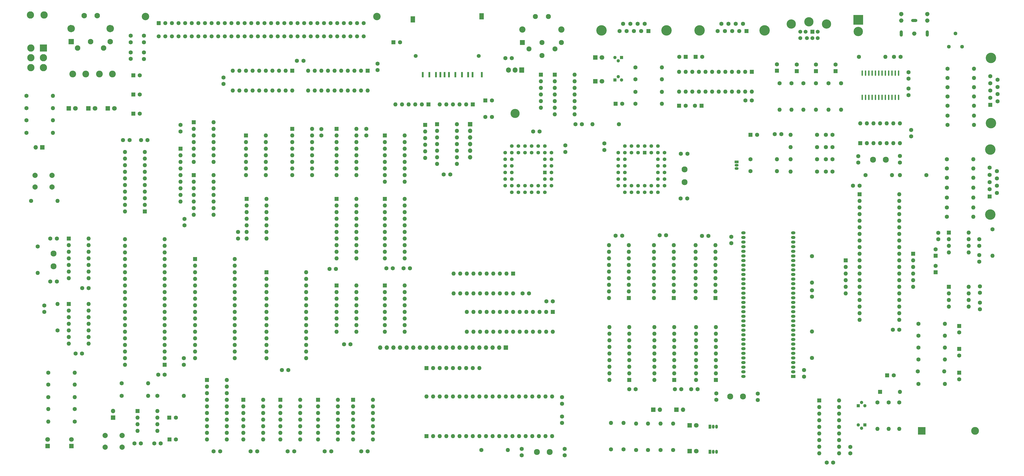
<source format=gbr>
%TF.GenerationSoftware,KiCad,Pcbnew,(6.0.4)*%
%TF.CreationDate,2022-07-04T14:01:26+01:00*%
%TF.ProjectId,yddraig09,79646472-6169-4673-9039-2e6b69636164,rev?*%
%TF.SameCoordinates,Original*%
%TF.FileFunction,Soldermask,Top*%
%TF.FilePolarity,Negative*%
%FSLAX46Y46*%
G04 Gerber Fmt 4.6, Leading zero omitted, Abs format (unit mm)*
G04 Created by KiCad (PCBNEW (6.0.4)) date 2022-07-04 14:01:26*
%MOMM*%
%LPD*%
G01*
G04 APERTURE LIST*
G04 Aperture macros list*
%AMRoundRect*
0 Rectangle with rounded corners*
0 $1 Rounding radius*
0 $2 $3 $4 $5 $6 $7 $8 $9 X,Y pos of 4 corners*
0 Add a 4 corners polygon primitive as box body*
4,1,4,$2,$3,$4,$5,$6,$7,$8,$9,$2,$3,0*
0 Add four circle primitives for the rounded corners*
1,1,$1+$1,$2,$3*
1,1,$1+$1,$4,$5*
1,1,$1+$1,$6,$7*
1,1,$1+$1,$8,$9*
0 Add four rect primitives between the rounded corners*
20,1,$1+$1,$2,$3,$4,$5,0*
20,1,$1+$1,$4,$5,$6,$7,0*
20,1,$1+$1,$6,$7,$8,$9,0*
20,1,$1+$1,$8,$9,$2,$3,0*%
G04 Aperture macros list end*
%ADD10C,1.449000*%
%ADD11C,0.854000*%
%ADD12C,1.600000*%
%ADD13R,1.600000X1.600000*%
%ADD14R,1.800000X1.800000*%
%ADD15C,1.800000*%
%ADD16O,1.600000X1.600000*%
%ADD17C,4.000000*%
%ADD18R,1.700000X1.700000*%
%ADD19O,1.700000X1.700000*%
%ADD20C,2.390000*%
%ADD21R,2.100000X2.100000*%
%ADD22C,2.100000*%
%ADD23C,2.400000*%
%ADD24R,1.950000X1.950000*%
%ADD25C,1.950000*%
%ADD26C,1.500000*%
%ADD27R,0.800000X2.000000*%
%ADD28R,1.800000X2.400000*%
%ADD29R,1.700000X2.400000*%
%ADD30R,0.700000X2.000000*%
%ADD31C,2.600000*%
%ADD32R,1.500000X1.050000*%
%ADD33O,1.500000X1.050000*%
%ADD34R,1.050000X1.500000*%
%ADD35O,1.050000X1.500000*%
%ADD36C,1.440000*%
%ADD37C,2.000000*%
%ADD38R,2.800000X2.800000*%
%ADD39C,2.800000*%
%ADD40R,1.700000X1.200000*%
%ADD41O,1.700000X1.200000*%
%ADD42RoundRect,0.137500X0.137500X-0.862500X0.137500X0.862500X-0.137500X0.862500X-0.137500X-0.862500X0*%
%ADD43O,3.500000X3.500000*%
%ADD44R,1.905000X2.000000*%
%ADD45O,1.905000X2.000000*%
%ADD46R,1.422400X1.422400*%
%ADD47C,1.422400*%
%ADD48C,2.300000*%
%ADD49R,1.300000X1.300000*%
%ADD50C,1.300000*%
%ADD51R,3.000000X3.000000*%
%ADD52C,3.000000*%
%ADD53C,2.850000*%
%ADD54RoundRect,0.249999X-0.525001X-0.525001X0.525001X-0.525001X0.525001X0.525001X-0.525001X0.525001X0*%
%ADD55C,1.550000*%
%ADD56C,1.200000*%
%ADD57O,2.416000X1.208000*%
%ADD58O,1.208000X2.416000*%
%ADD59R,3.765000X3.765000*%
%ADD60C,3.600000*%
%ADD61R,1.509000X1.509000*%
%ADD62C,1.509000*%
%ADD63C,3.555000*%
G04 APERTURE END LIST*
D10*
%TO.C,J12*%
X59815700Y-27475800D02*
G75*
G03*
X59815700Y-27475800I-724500J0D01*
G01*
X44805700Y-27475800D02*
G75*
G03*
X44805700Y-27475800I-724500J0D01*
G01*
D11*
%TO.C,J3*%
X363393000Y-21900000D02*
G75*
G03*
X363393000Y-21900000I-427000J0D01*
G01*
X363393000Y-24400000D02*
G75*
G03*
X363393000Y-24400000I-427000J0D01*
G01*
X373393000Y-24400000D02*
G75*
G03*
X373393000Y-24400000I-427000J0D01*
G01*
X373393000Y-21900000D02*
G75*
G03*
X373393000Y-21900000I-427000J0D01*
G01*
X368393000Y-29400000D02*
G75*
G03*
X368393000Y-29400000I-427000J0D01*
G01*
%TD*%
D12*
%TO.C,C1*%
X70906000Y-70358000D03*
X73406000Y-70358000D03*
%TD*%
%TO.C,C2*%
X64008000Y-70358000D03*
X66508000Y-70358000D03*
%TD*%
%TO.C,C4*%
X102616000Y-48768000D03*
X102616000Y-46268000D03*
%TD*%
%TO.C,C6*%
X151384000Y-148844000D03*
X148884000Y-148844000D03*
%TD*%
%TO.C,C8*%
X130810000Y-39878000D03*
X133310000Y-39878000D03*
%TD*%
%TO.C,C9*%
X260945000Y-166116000D03*
X258445000Y-166116000D03*
%TD*%
%TO.C,C10*%
X291909500Y-170180000D03*
X291909500Y-167680000D03*
%TD*%
%TO.C,C11*%
X307848000Y-167767000D03*
X307848000Y-170267000D03*
%TD*%
%TO.C,C12*%
X270129000Y-106934000D03*
X272629000Y-106934000D03*
%TD*%
%TO.C,C13*%
X328676000Y-128056000D03*
X328676000Y-130556000D03*
%TD*%
%TO.C,C14*%
X278471000Y-166116000D03*
X275971000Y-166116000D03*
%TD*%
%TO.C,C15*%
X286385000Y-107188000D03*
X288885000Y-107188000D03*
%TD*%
%TO.C,C17*%
X253238000Y-107061000D03*
X255738000Y-107061000D03*
%TD*%
%TO.C,C18*%
X297688000Y-109982000D03*
X297688000Y-107482000D03*
%TD*%
%TO.C,C19*%
X284734000Y-166116000D03*
X282234000Y-166116000D03*
%TD*%
%TO.C,C20*%
X392938000Y-114554000D03*
X392938000Y-117054000D03*
%TD*%
%TO.C,C22*%
X393192000Y-132842000D03*
X393192000Y-135342000D03*
%TD*%
D13*
%TO.C,C23*%
X385191000Y-141772000D03*
D12*
X385191000Y-144272000D03*
%TD*%
D13*
%TO.C,C24*%
X385191000Y-150622000D03*
D12*
X385191000Y-153122000D03*
%TD*%
D13*
%TO.C,C26*%
X376174000Y-114808000D03*
D12*
X376174000Y-112308000D03*
%TD*%
%TO.C,C27*%
X393192000Y-126532000D03*
X393192000Y-129032000D03*
%TD*%
%TO.C,C28*%
X392938000Y-108458000D03*
X392938000Y-110958000D03*
%TD*%
%TO.C,C29*%
X344424000Y-87884000D03*
X346924000Y-87884000D03*
%TD*%
%TO.C,C30*%
X362204000Y-143256000D03*
X359704000Y-143256000D03*
%TD*%
D13*
%TO.C,C31*%
X376174000Y-121158000D03*
D12*
X376174000Y-118658000D03*
%TD*%
%TO.C,C32*%
X346456000Y-78994000D03*
X346456000Y-76494000D03*
%TD*%
%TO.C,C33*%
X362458000Y-76454000D03*
X362458000Y-78954000D03*
%TD*%
%TO.C,C34*%
X336510000Y-68326000D03*
X334010000Y-68326000D03*
%TD*%
%TO.C,C35*%
X336510000Y-73025000D03*
X334010000Y-73025000D03*
%TD*%
%TO.C,C36*%
X336510000Y-77724000D03*
X334010000Y-77724000D03*
%TD*%
%TO.C,C37*%
X336510000Y-82423000D03*
X334010000Y-82423000D03*
%TD*%
%TO.C,C38*%
X365760000Y-50546000D03*
X365760000Y-53046000D03*
%TD*%
D13*
%TO.C,C39*%
X337693000Y-43815000D03*
D12*
X337693000Y-41315000D03*
%TD*%
D13*
%TO.C,C40*%
X322834000Y-43815000D03*
D12*
X322834000Y-41315000D03*
%TD*%
D13*
%TO.C,C41*%
X330200000Y-43815000D03*
D12*
X330200000Y-41315000D03*
%TD*%
D13*
%TO.C,C42*%
X315214000Y-43688000D03*
D12*
X315214000Y-41188000D03*
%TD*%
D13*
%TO.C,C43*%
X305054000Y-68326000D03*
D12*
X307554000Y-68326000D03*
%TD*%
%TO.C,C44*%
X365760000Y-44236000D03*
X365760000Y-46736000D03*
%TD*%
%TO.C,C46*%
X360172000Y-38354000D03*
X362672000Y-38354000D03*
%TD*%
%TO.C,C47*%
X314365000Y-68072000D03*
X316865000Y-68072000D03*
%TD*%
%TO.C,C49*%
X232664000Y-176570000D03*
X232664000Y-179070000D03*
%TD*%
%TO.C,C55*%
X115530000Y-189992000D03*
X113030000Y-189992000D03*
%TD*%
%TO.C,C57*%
X87376000Y-156678000D03*
X87376000Y-154178000D03*
%TD*%
%TO.C,C59*%
X101306000Y-189992000D03*
X98806000Y-189992000D03*
%TD*%
%TO.C,C67*%
X278320500Y-75628500D03*
X280820500Y-75628500D03*
%TD*%
%TO.C,C68*%
X280733500Y-92773500D03*
X278233500Y-92773500D03*
%TD*%
D13*
%TO.C,C69*%
X280162000Y-38354000D03*
D12*
X277662000Y-38354000D03*
%TD*%
D13*
%TO.C,C70*%
X277622000Y-57150000D03*
D12*
X280122000Y-57150000D03*
%TD*%
D13*
%TO.C,C72*%
X286218000Y-57150000D03*
D12*
X283718000Y-57150000D03*
%TD*%
%TO.C,C73*%
X248920000Y-74128000D03*
X248920000Y-71628000D03*
%TD*%
%TO.C,C78*%
X48260000Y-152400000D03*
X45760000Y-152400000D03*
%TD*%
%TO.C,C79*%
X36068000Y-108204000D03*
X38568000Y-108204000D03*
%TD*%
%TO.C,C83*%
X50800000Y-127254000D03*
X48300000Y-127254000D03*
%TD*%
%TO.C,C84*%
X33782000Y-136398000D03*
X33782000Y-133898000D03*
%TD*%
D13*
%TO.C,C85*%
X81828000Y-185420000D03*
D12*
X84328000Y-185420000D03*
%TD*%
%TO.C,C86*%
X78486000Y-186944000D03*
X75986000Y-186944000D03*
%TD*%
D13*
%TO.C,C87*%
X81788000Y-177038000D03*
D12*
X84288000Y-177038000D03*
%TD*%
%TO.C,C88*%
X66929000Y-30226000D03*
X66929000Y-32726000D03*
%TD*%
%TO.C,C89*%
X72009000Y-30226000D03*
X72009000Y-32726000D03*
%TD*%
D13*
%TO.C,C90*%
X67945000Y-45466000D03*
D12*
X70445000Y-45466000D03*
%TD*%
D13*
%TO.C,C91*%
X67945000Y-52832000D03*
D12*
X70445000Y-52832000D03*
%TD*%
%TO.C,C93*%
X66929000Y-36616000D03*
X66929000Y-39116000D03*
%TD*%
%TO.C,C94*%
X72047833Y-36660000D03*
X72047833Y-39160000D03*
%TD*%
%TO.C,C95*%
X203200000Y-61468000D03*
X205700000Y-61468000D03*
%TD*%
%TO.C,C96*%
X210860000Y-38862000D03*
X213360000Y-38862000D03*
%TD*%
D13*
%TO.C,C97*%
X203200000Y-55118000D03*
D12*
X205700000Y-55118000D03*
%TD*%
%TO.C,C99*%
X233934000Y-72390000D03*
X233934000Y-74890000D03*
%TD*%
%TO.C,C100*%
X240284000Y-64262000D03*
X237784000Y-64262000D03*
%TD*%
D13*
%TO.C,C103*%
X253238000Y-56388000D03*
D12*
X255738000Y-56388000D03*
%TD*%
D14*
%TO.C,D6*%
X58198800Y-58166000D03*
D15*
X60738800Y-58166000D03*
%TD*%
D14*
%TO.C,D7*%
X50698800Y-58166000D03*
D15*
X53238800Y-58166000D03*
%TD*%
D14*
%TO.C,D8*%
X43198800Y-58166000D03*
D15*
X45738800Y-58166000D03*
%TD*%
D14*
%TO.C,D9*%
X281686000Y-180022500D03*
D15*
X284226000Y-180022500D03*
%TD*%
D12*
%TO.C,FB1*%
X380746000Y-64516000D03*
D16*
X390906000Y-64516000D03*
%TD*%
D12*
%TO.C,FB2*%
X380746000Y-53594000D03*
D16*
X390906000Y-53594000D03*
%TD*%
D12*
%TO.C,FB3*%
X380746000Y-42926000D03*
D16*
X390906000Y-42926000D03*
%TD*%
D12*
%TO.C,FB4*%
X380492000Y-99822000D03*
D16*
X390652000Y-99822000D03*
%TD*%
D12*
%TO.C,FB5*%
X380492000Y-88646000D03*
D16*
X390652000Y-88646000D03*
%TD*%
D12*
%TO.C,FB6*%
X380492000Y-81280000D03*
D16*
X390652000Y-81280000D03*
%TD*%
D12*
%TO.C,FB7*%
X380746000Y-60960000D03*
D16*
X390906000Y-60960000D03*
%TD*%
D12*
%TO.C,FB8*%
X380746000Y-57150000D03*
D16*
X390906000Y-57150000D03*
%TD*%
D12*
%TO.C,FB9*%
X380746000Y-50038000D03*
D16*
X390906000Y-50038000D03*
%TD*%
D12*
%TO.C,FB10*%
X380746000Y-46482000D03*
D16*
X390906000Y-46482000D03*
%TD*%
D12*
%TO.C,FB11*%
X380492000Y-96266000D03*
D16*
X390652000Y-96266000D03*
%TD*%
D12*
%TO.C,FB12*%
X380492000Y-92456000D03*
D16*
X390652000Y-92456000D03*
%TD*%
D12*
%TO.C,FB13*%
X380492000Y-84836000D03*
D16*
X390652000Y-84836000D03*
%TD*%
D12*
%TO.C,FB14*%
X380492000Y-77724000D03*
D16*
X390652000Y-77724000D03*
%TD*%
D17*
%TO.C,J1*%
X397429000Y-63805200D03*
X397429000Y-38805200D03*
D13*
X397129000Y-56845200D03*
D12*
X397129000Y-54075200D03*
X397129000Y-51305200D03*
X397129000Y-48535200D03*
X397129000Y-45765200D03*
X399969000Y-55460200D03*
X399969000Y-52690200D03*
X399969000Y-49920200D03*
X399969000Y-47150200D03*
%TD*%
D17*
%TO.C,J2*%
X397200400Y-98984200D03*
X397200400Y-73984200D03*
D13*
X396900400Y-92024200D03*
D12*
X396900400Y-89254200D03*
X396900400Y-86484200D03*
X396900400Y-83714200D03*
X396900400Y-80944200D03*
X399740400Y-90639200D03*
X399740400Y-87869200D03*
X399740400Y-85099200D03*
X399740400Y-82329200D03*
%TD*%
D17*
%TO.C,J7*%
X310490000Y-28148000D03*
X285490000Y-28148000D03*
D13*
X303530000Y-28448000D03*
D12*
X300760000Y-28448000D03*
X297990000Y-28448000D03*
X295220000Y-28448000D03*
X292450000Y-28448000D03*
X302145000Y-25608000D03*
X299375000Y-25608000D03*
X296605000Y-25608000D03*
X293835000Y-25608000D03*
%TD*%
D17*
%TO.C,J8*%
X247771000Y-28148000D03*
X272771000Y-28148000D03*
D13*
X265811000Y-28448000D03*
D12*
X263041000Y-28448000D03*
X260271000Y-28448000D03*
X257501000Y-28448000D03*
X254731000Y-28448000D03*
X264426000Y-25608000D03*
X261656000Y-25608000D03*
X258886000Y-25608000D03*
X256116000Y-25608000D03*
%TD*%
D18*
%TO.C,J9*%
X60198000Y-177038000D03*
D19*
X60198000Y-174498000D03*
%TD*%
D20*
%TO.C,J12*%
X59091200Y-27475800D03*
X44081200Y-27475800D03*
D21*
X44081200Y-32485800D03*
D22*
X51586200Y-32485800D03*
X59091200Y-32485800D03*
X46581200Y-34975800D03*
X56591200Y-34975800D03*
X54086200Y-22475800D03*
X49086200Y-22475800D03*
%TD*%
D23*
%TO.C,J15*%
X217417000Y-27838400D03*
X232417000Y-27838400D03*
D24*
X217417000Y-32838400D03*
D25*
X219917000Y-35338400D03*
X224917000Y-32838400D03*
X229917000Y-35338400D03*
X232417000Y-32838400D03*
X224917000Y-37838400D03*
X227417000Y-22838400D03*
X222417000Y-22838400D03*
%TD*%
D26*
%TO.C,J16*%
X176469600Y-37986600D03*
X200669600Y-37986600D03*
D27*
X181689600Y-45186600D03*
X184189600Y-45186600D03*
X187489600Y-45186600D03*
X189189600Y-45186600D03*
X191689600Y-45186600D03*
X194189600Y-45186600D03*
X196619600Y-45186600D03*
X198319600Y-45186600D03*
X179189600Y-45186600D03*
D28*
X175319600Y-23986600D03*
D29*
X201769600Y-22786600D03*
D27*
X185889600Y-45186600D03*
D30*
X201809600Y-45186600D03*
%TD*%
D31*
%TO.C,L1*%
X54938000Y-44928967D03*
X59938000Y-44928967D03*
%TD*%
%TO.C,L2*%
X44688000Y-44928967D03*
X49688000Y-44928967D03*
%TD*%
D32*
%TO.C,Q1*%
X299720000Y-78740000D03*
D33*
X299720000Y-80010000D03*
X299720000Y-81280000D03*
%TD*%
D34*
%TO.C,Q6*%
X289433000Y-180530500D03*
D35*
X290703000Y-180530500D03*
X291973000Y-180530500D03*
%TD*%
D34*
%TO.C,Q7*%
X289433000Y-190182500D03*
D35*
X290703000Y-190182500D03*
X291973000Y-190182500D03*
%TD*%
D12*
%TO.C,R2*%
X328676000Y-114935000D03*
D16*
X328676000Y-125095000D03*
%TD*%
D12*
%TO.C,R3*%
X369570000Y-145542000D03*
D16*
X379730000Y-145542000D03*
%TD*%
D12*
%TO.C,R4*%
X369570000Y-154686000D03*
D16*
X379730000Y-154686000D03*
%TD*%
D12*
%TO.C,R5*%
X369570000Y-164084000D03*
D16*
X379730000Y-164084000D03*
%TD*%
D12*
%TO.C,R6*%
X398018000Y-104648000D03*
D16*
X398018000Y-114808000D03*
%TD*%
D12*
%TO.C,R7*%
X369570000Y-140970000D03*
D16*
X379730000Y-140970000D03*
%TD*%
D12*
%TO.C,R8*%
X369570000Y-150114000D03*
D16*
X379730000Y-150114000D03*
%TD*%
D12*
%TO.C,R9*%
X369316000Y-159258000D03*
D16*
X379476000Y-159258000D03*
%TD*%
D12*
%TO.C,R10*%
X330581000Y-77724000D03*
D16*
X320421000Y-77724000D03*
%TD*%
D12*
%TO.C,R11*%
X349250000Y-83820000D03*
D16*
X359410000Y-83820000D03*
%TD*%
D12*
%TO.C,R12*%
X330581000Y-73025000D03*
D16*
X320421000Y-73025000D03*
%TD*%
D12*
%TO.C,R13*%
X330581000Y-68326000D03*
D16*
X320421000Y-68326000D03*
%TD*%
D12*
%TO.C,R14*%
X330581000Y-82423000D03*
D16*
X320421000Y-82423000D03*
%TD*%
D12*
%TO.C,R15*%
X372618000Y-83820000D03*
D16*
X362458000Y-83820000D03*
%TD*%
D12*
%TO.C,R16*%
X346710000Y-38354000D03*
D16*
X356870000Y-38354000D03*
%TD*%
D12*
%TO.C,R17*%
X335026000Y-48514000D03*
D16*
X335026000Y-58674000D03*
%TD*%
D12*
%TO.C,R18*%
X325374000Y-48514000D03*
D16*
X325374000Y-58674000D03*
%TD*%
D12*
%TO.C,R19*%
X330200000Y-48514000D03*
D16*
X330200000Y-58674000D03*
%TD*%
D12*
%TO.C,R20*%
X320802000Y-48514000D03*
D16*
X320802000Y-58674000D03*
%TD*%
D12*
%TO.C,R22*%
X316230000Y-48514000D03*
D16*
X316230000Y-58674000D03*
%TD*%
D12*
%TO.C,R21*%
X305054000Y-82296000D03*
D16*
X315214000Y-82296000D03*
%TD*%
D12*
%TO.C,R23*%
X305054000Y-77724000D03*
D16*
X315214000Y-77724000D03*
%TD*%
D12*
%TO.C,R24*%
X339852000Y-48514000D03*
D16*
X339852000Y-58674000D03*
%TD*%
D12*
%TO.C,R27*%
X254508000Y-64262000D03*
D16*
X244348000Y-64262000D03*
%TD*%
D12*
%TO.C,R28*%
X260858000Y-42418000D03*
D16*
X271018000Y-42418000D03*
%TD*%
D12*
%TO.C,R29*%
X260858000Y-51816000D03*
D16*
X271018000Y-51816000D03*
%TD*%
D12*
%TO.C,R30*%
X260858000Y-56388000D03*
D16*
X271018000Y-56388000D03*
%TD*%
D12*
%TO.C,R35*%
X38862000Y-143510000D03*
D16*
X38862000Y-133350000D03*
%TD*%
D12*
%TO.C,R39*%
X35306000Y-164338000D03*
D16*
X45466000Y-164338000D03*
%TD*%
D12*
%TO.C,R40*%
X28702000Y-93726000D03*
D16*
X38862000Y-93726000D03*
%TD*%
D12*
%TO.C,R44*%
X63500000Y-163830000D03*
D16*
X73660000Y-163830000D03*
%TD*%
D12*
%TO.C,R45*%
X26924000Y-53314600D03*
D16*
X37084000Y-53314600D03*
%TD*%
D12*
%TO.C,R46*%
X26924000Y-62738000D03*
D16*
X37084000Y-62738000D03*
%TD*%
D12*
%TO.C,R47*%
X26924000Y-58115200D03*
D16*
X37084000Y-58115200D03*
%TD*%
D12*
%TO.C,R49*%
X256286000Y-189230000D03*
D16*
X256286000Y-179070000D03*
%TD*%
D12*
%TO.C,R51*%
X261112000Y-189484000D03*
D16*
X261112000Y-179324000D03*
%TD*%
D12*
%TO.C,R52*%
X251460000Y-189230000D03*
D16*
X251460000Y-179070000D03*
%TD*%
D12*
%TO.C,R54*%
X265684000Y-189484000D03*
D16*
X265684000Y-179324000D03*
%TD*%
D13*
%TO.C,RN1*%
X367538000Y-114046000D03*
D16*
X367538000Y-116586000D03*
X367538000Y-119126000D03*
X367538000Y-121666000D03*
X367538000Y-124206000D03*
X367538000Y-126746000D03*
%TD*%
D13*
%TO.C,RN2*%
X341630000Y-116586000D03*
D16*
X341630000Y-119126000D03*
X341630000Y-121666000D03*
X341630000Y-124206000D03*
X341630000Y-126746000D03*
X341630000Y-129286000D03*
%TD*%
D13*
%TO.C,RN5*%
X180086000Y-64516000D03*
D16*
X180086000Y-67056000D03*
X180086000Y-69596000D03*
X180086000Y-72136000D03*
X180086000Y-74676000D03*
X180086000Y-77216000D03*
%TD*%
D13*
%TO.C,RN7*%
X181356000Y-56642000D03*
D16*
X178816000Y-56642000D03*
X176276000Y-56642000D03*
X173736000Y-56642000D03*
X171196000Y-56642000D03*
X168656000Y-56642000D03*
%TD*%
D13*
%TO.C,RN8*%
X198374000Y-56642000D03*
D16*
X195834000Y-56642000D03*
X193294000Y-56642000D03*
X190754000Y-56642000D03*
X188214000Y-56642000D03*
X185674000Y-56642000D03*
%TD*%
D36*
%TO.C,RV1*%
X386334000Y-34417000D03*
X383794000Y-29337000D03*
X381254000Y-34417000D03*
%TD*%
D37*
%TO.C,SW1*%
X36726000Y-83892000D03*
X30226000Y-83892000D03*
X36726000Y-88392000D03*
X30226000Y-88392000D03*
%TD*%
%TO.C,SW2*%
X63650000Y-188396000D03*
X57150000Y-188396000D03*
X57150000Y-183896000D03*
X63650000Y-183896000D03*
%TD*%
D38*
%TO.C,SW3*%
X33451800Y-34925000D03*
D39*
X33451800Y-38725000D03*
X33451800Y-42525000D03*
X28651800Y-34925000D03*
X28651800Y-38725000D03*
X28651800Y-42525000D03*
X33651800Y-22225000D03*
X28451800Y-22225000D03*
%TD*%
D13*
%TO.C,U5*%
X129032000Y-43688000D03*
D16*
X126492000Y-43688000D03*
X123952000Y-43688000D03*
X121412000Y-43688000D03*
X118872000Y-43688000D03*
X116332000Y-43688000D03*
X113792000Y-43688000D03*
X111252000Y-43688000D03*
X108712000Y-43688000D03*
X106172000Y-43688000D03*
X106172000Y-51308000D03*
X108712000Y-51308000D03*
X111252000Y-51308000D03*
X113792000Y-51308000D03*
X116332000Y-51308000D03*
X118872000Y-51308000D03*
X121412000Y-51308000D03*
X123952000Y-51308000D03*
X126492000Y-51308000D03*
X129032000Y-51308000D03*
%TD*%
D13*
%TO.C,U8*%
X291592000Y-131064000D03*
D16*
X291592000Y-128524000D03*
X291592000Y-125984000D03*
X291592000Y-123444000D03*
X291592000Y-120904000D03*
X291592000Y-118364000D03*
X291592000Y-115824000D03*
X291592000Y-113284000D03*
X291592000Y-110744000D03*
X283972000Y-110744000D03*
X283972000Y-113284000D03*
X283972000Y-115824000D03*
X283972000Y-118364000D03*
X283972000Y-120904000D03*
X283972000Y-123444000D03*
X283972000Y-125984000D03*
X283972000Y-128524000D03*
X283972000Y-131064000D03*
%TD*%
D13*
%TO.C,U9*%
X275590000Y-131064000D03*
D16*
X275590000Y-128524000D03*
X275590000Y-125984000D03*
X275590000Y-123444000D03*
X275590000Y-120904000D03*
X275590000Y-118364000D03*
X275590000Y-115824000D03*
X275590000Y-113284000D03*
X275590000Y-110744000D03*
X267970000Y-110744000D03*
X267970000Y-113284000D03*
X267970000Y-115824000D03*
X267970000Y-118364000D03*
X267970000Y-120904000D03*
X267970000Y-123444000D03*
X267970000Y-125984000D03*
X267970000Y-128524000D03*
X267970000Y-131064000D03*
%TD*%
D13*
%TO.C,U10*%
X258318000Y-131064000D03*
D16*
X258318000Y-128524000D03*
X258318000Y-125984000D03*
X258318000Y-123444000D03*
X258318000Y-120904000D03*
X258318000Y-118364000D03*
X258318000Y-115824000D03*
X258318000Y-113284000D03*
X258318000Y-110744000D03*
X250698000Y-110744000D03*
X250698000Y-113284000D03*
X250698000Y-115824000D03*
X250698000Y-118364000D03*
X250698000Y-120904000D03*
X250698000Y-123444000D03*
X250698000Y-125984000D03*
X250698000Y-128524000D03*
X250698000Y-131064000D03*
%TD*%
D13*
%TO.C,U11*%
X291719000Y-162560000D03*
D16*
X291719000Y-160020000D03*
X291719000Y-157480000D03*
X291719000Y-154940000D03*
X291719000Y-152400000D03*
X291719000Y-149860000D03*
X291719000Y-147320000D03*
X291719000Y-144780000D03*
X291719000Y-142240000D03*
X284099000Y-142240000D03*
X284099000Y-144780000D03*
X284099000Y-147320000D03*
X284099000Y-149860000D03*
X284099000Y-152400000D03*
X284099000Y-154940000D03*
X284099000Y-157480000D03*
X284099000Y-160020000D03*
X284099000Y-162560000D03*
%TD*%
D13*
%TO.C,U12*%
X275717000Y-162560000D03*
D16*
X275717000Y-160020000D03*
X275717000Y-157480000D03*
X275717000Y-154940000D03*
X275717000Y-152400000D03*
X275717000Y-149860000D03*
X275717000Y-147320000D03*
X275717000Y-144780000D03*
X275717000Y-142240000D03*
X268097000Y-142240000D03*
X268097000Y-144780000D03*
X268097000Y-147320000D03*
X268097000Y-149860000D03*
X268097000Y-152400000D03*
X268097000Y-154940000D03*
X268097000Y-157480000D03*
X268097000Y-160020000D03*
X268097000Y-162560000D03*
%TD*%
D13*
%TO.C,U13*%
X258445000Y-162560000D03*
D16*
X258445000Y-160020000D03*
X258445000Y-157480000D03*
X258445000Y-154940000D03*
X258445000Y-152400000D03*
X258445000Y-149860000D03*
X258445000Y-147320000D03*
X258445000Y-144780000D03*
X258445000Y-142240000D03*
X250825000Y-142240000D03*
X250825000Y-144780000D03*
X250825000Y-147320000D03*
X250825000Y-149860000D03*
X250825000Y-152400000D03*
X250825000Y-154940000D03*
X250825000Y-157480000D03*
X250825000Y-160020000D03*
X250825000Y-162560000D03*
%TD*%
D40*
%TO.C,U14*%
X321462400Y-161194000D03*
D41*
X321462400Y-159414000D03*
X321462400Y-157634000D03*
X321462400Y-155854000D03*
X321462400Y-154074000D03*
X321462400Y-152294000D03*
X321462400Y-150514000D03*
X321462400Y-148734000D03*
X321462400Y-146954000D03*
X321462400Y-145174000D03*
X321462400Y-143394000D03*
X321462400Y-141614000D03*
X321462400Y-139834000D03*
X321462400Y-138054000D03*
X321462400Y-136274000D03*
X321462400Y-134494000D03*
X321462400Y-132714000D03*
X321462400Y-130934000D03*
X321462400Y-129154000D03*
X321462400Y-127374000D03*
X321462400Y-125594000D03*
X321462400Y-123814000D03*
X321462400Y-122034000D03*
X321462400Y-120254000D03*
X321462400Y-118474000D03*
X321462400Y-116694000D03*
X321462400Y-114914000D03*
X321462400Y-113134000D03*
X321462400Y-111354000D03*
X321462400Y-109574000D03*
X321462400Y-107794000D03*
X321462400Y-106014000D03*
X302361600Y-106014000D03*
X302361600Y-107794000D03*
X302361600Y-109574000D03*
X302361600Y-111354000D03*
X302361600Y-113134000D03*
X302361600Y-114914000D03*
X302361600Y-116694000D03*
X302361600Y-118474000D03*
X302361600Y-120254000D03*
X302361600Y-122034000D03*
X302361600Y-123814000D03*
X302361600Y-125594000D03*
X302361600Y-127374000D03*
X302361600Y-129154000D03*
X302361600Y-130934000D03*
X302361600Y-132714000D03*
X302361600Y-134494000D03*
X302361600Y-136274000D03*
X302361600Y-138054000D03*
X302361600Y-139834000D03*
X302361600Y-141614000D03*
X302361600Y-143394000D03*
X302361600Y-145174000D03*
X302361600Y-146954000D03*
X302361600Y-148734000D03*
X302361600Y-150514000D03*
X302361600Y-152294000D03*
X302361600Y-154074000D03*
X302361600Y-155854000D03*
X302361600Y-157634000D03*
X302361600Y-159414000D03*
X302361600Y-161194000D03*
%TD*%
D13*
%TO.C,U16*%
X381254000Y-126746000D03*
D16*
X381254000Y-129286000D03*
X381254000Y-131826000D03*
X381254000Y-134366000D03*
X388874000Y-134366000D03*
X388874000Y-131826000D03*
X388874000Y-129286000D03*
X388874000Y-126746000D03*
%TD*%
D13*
%TO.C,U18*%
X347218000Y-71501000D03*
D16*
X349758000Y-71501000D03*
X352298000Y-71501000D03*
X354838000Y-71501000D03*
X357378000Y-71501000D03*
X359918000Y-71501000D03*
X362458000Y-71501000D03*
X362458000Y-63881000D03*
X359918000Y-63881000D03*
X357378000Y-63881000D03*
X354838000Y-63881000D03*
X352298000Y-63881000D03*
X349758000Y-63881000D03*
X347218000Y-63881000D03*
%TD*%
D42*
%TO.C,U19*%
X347980000Y-53926000D03*
X349250000Y-53926000D03*
X350520000Y-53926000D03*
X351790000Y-53926000D03*
X353060000Y-53926000D03*
X354330000Y-53926000D03*
X355600000Y-53926000D03*
X356870000Y-53926000D03*
X358140000Y-53926000D03*
X359410000Y-53926000D03*
X360680000Y-53926000D03*
X361950000Y-53926000D03*
X361950000Y-44626000D03*
X360680000Y-44626000D03*
X359410000Y-44626000D03*
X358140000Y-44626000D03*
X356870000Y-44626000D03*
X355600000Y-44626000D03*
X354330000Y-44626000D03*
X353060000Y-44626000D03*
X351790000Y-44626000D03*
X350520000Y-44626000D03*
X349250000Y-44626000D03*
X347980000Y-44626000D03*
%TD*%
D13*
%TO.C,U27*%
X138938000Y-170180000D03*
D16*
X138938000Y-172720000D03*
X138938000Y-175260000D03*
X138938000Y-177800000D03*
X138938000Y-180340000D03*
X138938000Y-182880000D03*
X138938000Y-185420000D03*
X146558000Y-185420000D03*
X146558000Y-182880000D03*
X146558000Y-180340000D03*
X146558000Y-177800000D03*
X146558000Y-175260000D03*
X146558000Y-172720000D03*
X146558000Y-170180000D03*
%TD*%
D13*
%TO.C,U29*%
X91694000Y-116078000D03*
D16*
X91694000Y-118618000D03*
X91694000Y-121158000D03*
X91694000Y-123698000D03*
X91694000Y-126238000D03*
X91694000Y-128778000D03*
X91694000Y-131318000D03*
X91694000Y-133858000D03*
X91694000Y-136398000D03*
X91694000Y-138938000D03*
X91694000Y-141478000D03*
X91694000Y-144018000D03*
X91694000Y-146558000D03*
X91694000Y-149098000D03*
X91694000Y-151638000D03*
X91694000Y-154178000D03*
X106934000Y-154178000D03*
X106934000Y-151638000D03*
X106934000Y-149098000D03*
X106934000Y-146558000D03*
X106934000Y-144018000D03*
X106934000Y-141478000D03*
X106934000Y-138938000D03*
X106934000Y-136398000D03*
X106934000Y-133858000D03*
X106934000Y-131318000D03*
X106934000Y-128778000D03*
X106934000Y-126238000D03*
X106934000Y-123698000D03*
X106934000Y-121158000D03*
X106934000Y-118618000D03*
X106934000Y-116078000D03*
%TD*%
D13*
%TO.C,U30*%
X119126000Y-121158000D03*
D16*
X119126000Y-123698000D03*
X119126000Y-126238000D03*
X119126000Y-128778000D03*
X119126000Y-131318000D03*
X119126000Y-133858000D03*
X119126000Y-136398000D03*
X119126000Y-138938000D03*
X119126000Y-141478000D03*
X119126000Y-144018000D03*
X119126000Y-146558000D03*
X119126000Y-149098000D03*
X119126000Y-151638000D03*
X119126000Y-154178000D03*
X134366000Y-154178000D03*
X134366000Y-151638000D03*
X134366000Y-149098000D03*
X134366000Y-146558000D03*
X134366000Y-144018000D03*
X134366000Y-141478000D03*
X134366000Y-138938000D03*
X134366000Y-136398000D03*
X134366000Y-133858000D03*
X134366000Y-131318000D03*
X134366000Y-128778000D03*
X134366000Y-126238000D03*
X134366000Y-123698000D03*
X134366000Y-121158000D03*
%TD*%
D13*
%TO.C,U38*%
X305562000Y-44069000D03*
D16*
X303022000Y-44069000D03*
X300482000Y-44069000D03*
X297942000Y-44069000D03*
X295402000Y-44069000D03*
X292862000Y-44069000D03*
X290322000Y-44069000D03*
X287782000Y-44069000D03*
X285242000Y-44069000D03*
X282702000Y-44069000D03*
X280162000Y-44069000D03*
X277622000Y-44069000D03*
X277622000Y-51689000D03*
X280162000Y-51689000D03*
X282702000Y-51689000D03*
X285242000Y-51689000D03*
X287782000Y-51689000D03*
X290322000Y-51689000D03*
X292862000Y-51689000D03*
X295402000Y-51689000D03*
X297942000Y-51689000D03*
X300482000Y-51689000D03*
X303022000Y-51689000D03*
X305562000Y-51689000D03*
%TD*%
D13*
%TO.C,U40*%
X43180000Y-133350000D03*
D16*
X43180000Y-135890000D03*
X43180000Y-138430000D03*
X43180000Y-140970000D03*
X43180000Y-143510000D03*
X43180000Y-146050000D03*
X43180000Y-148590000D03*
X50800000Y-148590000D03*
X50800000Y-146050000D03*
X50800000Y-143510000D03*
X50800000Y-140970000D03*
X50800000Y-138430000D03*
X50800000Y-135890000D03*
X50800000Y-133350000D03*
%TD*%
D13*
%TO.C,U41*%
X43180000Y-108204000D03*
D16*
X43180000Y-110744000D03*
X43180000Y-113284000D03*
X43180000Y-115824000D03*
X43180000Y-118364000D03*
X43180000Y-120904000D03*
X43180000Y-123444000D03*
X50800000Y-123444000D03*
X50800000Y-120904000D03*
X50800000Y-118364000D03*
X50800000Y-115824000D03*
X50800000Y-113284000D03*
X50800000Y-110744000D03*
X50800000Y-108204000D03*
%TD*%
D13*
%TO.C,U42*%
X69596000Y-174498000D03*
D16*
X69596000Y-177038000D03*
X69596000Y-179578000D03*
X69596000Y-182118000D03*
X77216000Y-182118000D03*
X77216000Y-179578000D03*
X77216000Y-177038000D03*
X77216000Y-174498000D03*
%TD*%
D13*
%TO.C,U43*%
X80010000Y-156718000D03*
D16*
X80010000Y-154178000D03*
X80010000Y-151638000D03*
X80010000Y-149098000D03*
X80010000Y-146558000D03*
X80010000Y-144018000D03*
X80010000Y-141478000D03*
X80010000Y-138938000D03*
X80010000Y-136398000D03*
X80010000Y-133858000D03*
X80010000Y-131318000D03*
X80010000Y-128778000D03*
X80010000Y-126238000D03*
X80010000Y-123698000D03*
X80010000Y-121158000D03*
X80010000Y-118618000D03*
X80010000Y-116078000D03*
X80010000Y-113538000D03*
X80010000Y-110998000D03*
X80010000Y-108458000D03*
X64770000Y-108458000D03*
X64770000Y-110998000D03*
X64770000Y-113538000D03*
X64770000Y-116078000D03*
X64770000Y-118618000D03*
X64770000Y-121158000D03*
X64770000Y-123698000D03*
X64770000Y-126238000D03*
X64770000Y-128778000D03*
X64770000Y-131318000D03*
X64770000Y-133858000D03*
X64770000Y-136398000D03*
X64770000Y-138938000D03*
X64770000Y-141478000D03*
X64770000Y-144018000D03*
X64770000Y-146558000D03*
X64770000Y-149098000D03*
X64770000Y-151638000D03*
X64770000Y-154178000D03*
X64770000Y-156718000D03*
%TD*%
D43*
%TO.C,U44*%
X214630000Y-60094000D03*
D44*
X217170000Y-43434000D03*
D45*
X214630000Y-43434000D03*
X212090000Y-43434000D03*
%TD*%
D13*
%TO.C,U46*%
X229870000Y-45212000D03*
D16*
X229870000Y-47752000D03*
X229870000Y-50292000D03*
X229870000Y-52832000D03*
X229870000Y-55372000D03*
X229870000Y-57912000D03*
X229870000Y-60452000D03*
X237490000Y-60452000D03*
X237490000Y-57912000D03*
X237490000Y-55372000D03*
X237490000Y-52832000D03*
X237490000Y-50292000D03*
X237490000Y-47752000D03*
X237490000Y-45212000D03*
%TD*%
D13*
%TO.C,U47*%
X184658000Y-64262000D03*
D16*
X184658000Y-66802000D03*
X184658000Y-69342000D03*
X184658000Y-71882000D03*
X184658000Y-74422000D03*
X184658000Y-76962000D03*
X184658000Y-79502000D03*
X192278000Y-79502000D03*
X192278000Y-76962000D03*
X192278000Y-74422000D03*
X192278000Y-71882000D03*
X192278000Y-69342000D03*
X192278000Y-66802000D03*
X192278000Y-64262000D03*
%TD*%
D46*
%TO.C,U45*%
X226060000Y-82804000D03*
D47*
X228600000Y-80264000D03*
X226060000Y-80264000D03*
X228600000Y-77724000D03*
X226060000Y-77724000D03*
X228600000Y-75184000D03*
X226060000Y-72644000D03*
X226060000Y-75184000D03*
X223520000Y-72644000D03*
X223520000Y-75184000D03*
X220980000Y-72644000D03*
X220980000Y-75184000D03*
X218440000Y-72644000D03*
X218440000Y-75184000D03*
X215900000Y-72644000D03*
X215900000Y-75184000D03*
X213360000Y-72644000D03*
X210820000Y-75184000D03*
X213360000Y-75184000D03*
X210820000Y-77724000D03*
X213360000Y-77724000D03*
X210820000Y-80264000D03*
X213360000Y-80264000D03*
X210820000Y-82804000D03*
X213360000Y-82804000D03*
X210820000Y-85344000D03*
X213360000Y-85344000D03*
X210820000Y-87884000D03*
X213360000Y-90424000D03*
X213360000Y-87884000D03*
X215900000Y-90424000D03*
X215900000Y-87884000D03*
X218440000Y-90424000D03*
X218440000Y-87884000D03*
X220980000Y-90424000D03*
X220980000Y-87884000D03*
X223520000Y-90424000D03*
X223520000Y-87884000D03*
X226060000Y-90424000D03*
X228600000Y-87884000D03*
X226060000Y-87884000D03*
X228600000Y-85344000D03*
X226060000Y-85344000D03*
X228600000Y-82804000D03*
%TD*%
D48*
%TO.C,Y1*%
X297243500Y-168910000D03*
X302143500Y-168910000D03*
%TD*%
D12*
%TO.C,R36*%
X35306000Y-169164000D03*
D16*
X45466000Y-169164000D03*
%TD*%
D12*
%TO.C,R37*%
X35306000Y-159766000D03*
D16*
X45466000Y-159766000D03*
%TD*%
D12*
%TO.C,R38*%
X63500000Y-168656000D03*
D16*
X73660000Y-168656000D03*
%TD*%
D12*
%TO.C,R41*%
X77216000Y-168656000D03*
D16*
X87376000Y-168656000D03*
%TD*%
D12*
%TO.C,C60*%
X143978000Y-189992000D03*
X141478000Y-189992000D03*
%TD*%
D13*
%TO.C,C25*%
X385191000Y-159766000D03*
D12*
X385191000Y-162266000D03*
%TD*%
D49*
%TO.C,Q4*%
X348996000Y-179832000D03*
D50*
X347726000Y-181102000D03*
X346456000Y-179832000D03*
%TD*%
D49*
%TO.C,Q5*%
X346456000Y-172466000D03*
D50*
X347726000Y-171196000D03*
X348996000Y-172466000D03*
%TD*%
D12*
%TO.C,R33*%
X353822000Y-171196000D03*
D16*
X353822000Y-181356000D03*
%TD*%
D12*
%TO.C,R31*%
X358140000Y-171196000D03*
D16*
X358140000Y-181356000D03*
%TD*%
D13*
%TO.C,D3*%
X354838000Y-167132000D03*
D16*
X362458000Y-167132000D03*
%TD*%
D13*
%TO.C,U2*%
X157988000Y-43688000D03*
D16*
X155448000Y-43688000D03*
X152908000Y-43688000D03*
X150368000Y-43688000D03*
X147828000Y-43688000D03*
X145288000Y-43688000D03*
X142748000Y-43688000D03*
X140208000Y-43688000D03*
X137668000Y-43688000D03*
X135128000Y-43688000D03*
X135128000Y-51308000D03*
X137668000Y-51308000D03*
X140208000Y-51308000D03*
X142748000Y-51308000D03*
X145288000Y-51308000D03*
X147828000Y-51308000D03*
X150368000Y-51308000D03*
X152908000Y-51308000D03*
X155448000Y-51308000D03*
X157988000Y-51308000D03*
%TD*%
D51*
%TO.C,BT1*%
X370840000Y-182118000D03*
D52*
X391330000Y-182118000D03*
%TD*%
D12*
%TO.C,R1*%
X328676000Y-154114500D03*
D16*
X328676000Y-143954500D03*
%TD*%
D18*
%TO.C,J6*%
X211074000Y-150114000D03*
D19*
X208534000Y-150114000D03*
X205994000Y-150114000D03*
X203454000Y-150114000D03*
X200914000Y-150114000D03*
X198374000Y-150114000D03*
X195834000Y-150114000D03*
X193294000Y-150114000D03*
X190754000Y-150114000D03*
X188214000Y-150114000D03*
X185674000Y-150114000D03*
X183134000Y-150114000D03*
X180594000Y-150114000D03*
X178054000Y-150114000D03*
X175514000Y-150114000D03*
X172974000Y-150114000D03*
X170434000Y-150114000D03*
X167894000Y-150114000D03*
X165354000Y-150114000D03*
X162814000Y-150114000D03*
%TD*%
D12*
%TO.C,R25*%
X201676000Y-189484000D03*
D16*
X211836000Y-189484000D03*
%TD*%
D13*
%TO.C,RN3*%
X180594000Y-157988000D03*
D16*
X183134000Y-157988000D03*
X185674000Y-157988000D03*
X188214000Y-157988000D03*
X190754000Y-157988000D03*
X193294000Y-157988000D03*
X195834000Y-157988000D03*
X198374000Y-157988000D03*
X200914000Y-157988000D03*
%TD*%
D13*
%TO.C,U20*%
X180594000Y-184150000D03*
D16*
X183134000Y-184150000D03*
X185674000Y-184150000D03*
X188214000Y-184150000D03*
X190754000Y-184150000D03*
X193294000Y-184150000D03*
X195834000Y-184150000D03*
X198374000Y-184150000D03*
X200914000Y-184150000D03*
X203454000Y-184150000D03*
X205994000Y-184150000D03*
X208534000Y-184150000D03*
X211074000Y-184150000D03*
X213614000Y-184150000D03*
X216154000Y-184150000D03*
X218694000Y-184150000D03*
X221234000Y-184150000D03*
X223774000Y-184150000D03*
X226314000Y-184150000D03*
X228854000Y-184150000D03*
X228854000Y-168910000D03*
X226314000Y-168910000D03*
X223774000Y-168910000D03*
X221234000Y-168910000D03*
X218694000Y-168910000D03*
X216154000Y-168910000D03*
X213614000Y-168910000D03*
X211074000Y-168910000D03*
X208534000Y-168910000D03*
X205994000Y-168910000D03*
X203454000Y-168910000D03*
X200914000Y-168910000D03*
X198374000Y-168910000D03*
X195834000Y-168910000D03*
X193294000Y-168910000D03*
X190754000Y-168910000D03*
X188214000Y-168910000D03*
X185674000Y-168910000D03*
X183134000Y-168910000D03*
X180594000Y-168910000D03*
%TD*%
D48*
%TO.C,Y3*%
X227912000Y-190246000D03*
X223012000Y-190246000D03*
%TD*%
D12*
%TO.C,C50*%
X233680000Y-189016000D03*
X233680000Y-191516000D03*
%TD*%
%TO.C,C52*%
X217170000Y-191516000D03*
X217170000Y-189016000D03*
%TD*%
%TO.C,C53*%
X232664000Y-169164000D03*
X232664000Y-171664000D03*
%TD*%
%TO.C,R32*%
X362204000Y-171196000D03*
D16*
X362204000Y-181356000D03*
%TD*%
D13*
%TO.C,U31*%
X91186000Y-63500000D03*
D16*
X91186000Y-66040000D03*
X91186000Y-68580000D03*
X91186000Y-71120000D03*
X91186000Y-73660000D03*
X91186000Y-76200000D03*
X91186000Y-78740000D03*
X98806000Y-78740000D03*
X98806000Y-76200000D03*
X98806000Y-73660000D03*
X98806000Y-71120000D03*
X98806000Y-68580000D03*
X98806000Y-66040000D03*
X98806000Y-63500000D03*
%TD*%
D13*
%TO.C,U32*%
X146050000Y-92964000D03*
D16*
X146050000Y-95504000D03*
X146050000Y-98044000D03*
X146050000Y-100584000D03*
X146050000Y-103124000D03*
X146050000Y-105664000D03*
X146050000Y-108204000D03*
X146050000Y-110744000D03*
X146050000Y-113284000D03*
X146050000Y-115824000D03*
X153670000Y-115824000D03*
X153670000Y-113284000D03*
X153670000Y-110744000D03*
X153670000Y-108204000D03*
X153670000Y-105664000D03*
X153670000Y-103124000D03*
X153670000Y-100584000D03*
X153670000Y-98044000D03*
X153670000Y-95504000D03*
X153670000Y-92964000D03*
%TD*%
D13*
%TO.C,U39*%
X331470000Y-170434000D03*
D16*
X331470000Y-172974000D03*
X331470000Y-175514000D03*
X331470000Y-178054000D03*
X331470000Y-180594000D03*
X331470000Y-183134000D03*
X331470000Y-185674000D03*
X331470000Y-188214000D03*
X331470000Y-190754000D03*
X339090000Y-190754000D03*
X339090000Y-188214000D03*
X339090000Y-185674000D03*
X339090000Y-183134000D03*
X339090000Y-180594000D03*
X339090000Y-178054000D03*
X339090000Y-175514000D03*
X339090000Y-172974000D03*
X339090000Y-170434000D03*
%TD*%
D12*
%TO.C,C77*%
X336804000Y-194310000D03*
X334304000Y-194310000D03*
%TD*%
%TO.C,C76*%
X343408000Y-188254000D03*
X343408000Y-190754000D03*
%TD*%
D13*
%TO.C,C75*%
X357545000Y-160782000D03*
D12*
X360045000Y-160782000D03*
%TD*%
%TO.C,C65*%
X167640000Y-119634000D03*
X165140000Y-119634000D03*
%TD*%
%TO.C,C66*%
X140208000Y-66080000D03*
X140208000Y-68580000D03*
%TD*%
%TO.C,C64*%
X87630000Y-103124000D03*
X87630000Y-100624000D03*
%TD*%
%TO.C,C63*%
X174244000Y-119634000D03*
X171744000Y-119634000D03*
%TD*%
D48*
%TO.C,Y5*%
X37338000Y-118872000D03*
X37338000Y-113972000D03*
%TD*%
D12*
%TO.C,R34*%
X31242000Y-111252000D03*
D16*
X31242000Y-121412000D03*
%TD*%
D12*
%TO.C,C80*%
X38568000Y-124714000D03*
X36068000Y-124714000D03*
%TD*%
%TO.C,C81*%
X80010000Y-160528000D03*
X77510000Y-160528000D03*
%TD*%
%TO.C,C82*%
X70866000Y-186944000D03*
X68366000Y-186944000D03*
%TD*%
D48*
%TO.C,Y4*%
X279717500Y-81597500D03*
X279717500Y-86497500D03*
%TD*%
D12*
%TO.C,C61*%
X86106000Y-67016000D03*
X86106000Y-64516000D03*
%TD*%
%TO.C,C56*%
X157988000Y-189992000D03*
X155488000Y-189992000D03*
%TD*%
D13*
%TO.C,U24*%
X152400000Y-170180000D03*
D16*
X152400000Y-172720000D03*
X152400000Y-175260000D03*
X152400000Y-177800000D03*
X152400000Y-180340000D03*
X152400000Y-182880000D03*
X152400000Y-185420000D03*
X160020000Y-185420000D03*
X160020000Y-182880000D03*
X160020000Y-180340000D03*
X160020000Y-177800000D03*
X160020000Y-175260000D03*
X160020000Y-172720000D03*
X160020000Y-170180000D03*
%TD*%
D13*
%TO.C,U25*%
X124460000Y-170180000D03*
D16*
X124460000Y-172720000D03*
X124460000Y-175260000D03*
X124460000Y-177800000D03*
X124460000Y-180340000D03*
X124460000Y-182880000D03*
X124460000Y-185420000D03*
X132080000Y-185420000D03*
X132080000Y-182880000D03*
X132080000Y-180340000D03*
X132080000Y-177800000D03*
X132080000Y-175260000D03*
X132080000Y-172720000D03*
X132080000Y-170180000D03*
%TD*%
D12*
%TO.C,C54*%
X129754000Y-189992000D03*
X127254000Y-189992000D03*
%TD*%
D14*
%TO.C,D4*%
X44196000Y-187960000D03*
D15*
X44196000Y-185420000D03*
%TD*%
D14*
%TO.C,D5*%
X35052000Y-187960000D03*
D15*
X35052000Y-185420000D03*
%TD*%
D12*
%TO.C,R42*%
X45466000Y-173736000D03*
D16*
X35306000Y-173736000D03*
%TD*%
D12*
%TO.C,R43*%
X45466000Y-178562000D03*
D16*
X35306000Y-178562000D03*
%TD*%
D13*
%TO.C,C92*%
X67945000Y-60198000D03*
D12*
X70445000Y-60198000D03*
%TD*%
%TO.C,C101*%
X189698000Y-83566000D03*
X187198000Y-83566000D03*
%TD*%
D18*
%TO.C,J17*%
X197358000Y-64262000D03*
D19*
X197358000Y-66802000D03*
X197358000Y-69342000D03*
X197358000Y-71882000D03*
X197358000Y-74422000D03*
X197358000Y-76962000D03*
%TD*%
D13*
%TO.C,U22*%
X229108000Y-136398000D03*
D16*
X226568000Y-136398000D03*
X224028000Y-136398000D03*
X221488000Y-136398000D03*
X218948000Y-136398000D03*
X216408000Y-136398000D03*
X213868000Y-136398000D03*
X211328000Y-136398000D03*
X208788000Y-136398000D03*
X206248000Y-136398000D03*
X203708000Y-136398000D03*
X201168000Y-136398000D03*
X198628000Y-136398000D03*
X196088000Y-136398000D03*
X196088000Y-144018000D03*
X198628000Y-144018000D03*
X201168000Y-144018000D03*
X203708000Y-144018000D03*
X206248000Y-144018000D03*
X208788000Y-144018000D03*
X211328000Y-144018000D03*
X213868000Y-144018000D03*
X216408000Y-144018000D03*
X218948000Y-144018000D03*
X221488000Y-144018000D03*
X224028000Y-144018000D03*
X226568000Y-144018000D03*
X229108000Y-144018000D03*
%TD*%
D13*
%TO.C,U23*%
X213868000Y-121666000D03*
D16*
X211328000Y-121666000D03*
X208788000Y-121666000D03*
X206248000Y-121666000D03*
X203708000Y-121666000D03*
X201168000Y-121666000D03*
X198628000Y-121666000D03*
X196088000Y-121666000D03*
X193548000Y-121666000D03*
X191008000Y-121666000D03*
X191008000Y-129286000D03*
X193548000Y-129286000D03*
X196088000Y-129286000D03*
X198628000Y-129286000D03*
X201168000Y-129286000D03*
X203708000Y-129286000D03*
X206248000Y-129286000D03*
X208788000Y-129286000D03*
X211328000Y-129286000D03*
X213868000Y-129286000D03*
%TD*%
D12*
%TO.C,C51*%
X226608000Y-132334000D03*
X229108000Y-132334000D03*
%TD*%
D18*
%TO.C,J14*%
X276606000Y-173990000D03*
D19*
X279146000Y-173990000D03*
%TD*%
D12*
%TO.C,R50*%
X270510000Y-189484000D03*
D16*
X270510000Y-179324000D03*
%TD*%
D12*
%TO.C,R53*%
X275336000Y-189484000D03*
D16*
X275336000Y-179324000D03*
%TD*%
D18*
%TO.C,J13*%
X267716000Y-173990000D03*
D19*
X270256000Y-173990000D03*
%TD*%
D53*
%TO.C,J10*%
X161544000Y-22860000D03*
X72644000Y-22860000D03*
D54*
X77724000Y-25400000D03*
D55*
X80264000Y-25400000D03*
X82804000Y-25400000D03*
X85344000Y-25400000D03*
X87884000Y-25400000D03*
X90424000Y-25400000D03*
X92964000Y-25400000D03*
X95504000Y-25400000D03*
X98044000Y-25400000D03*
X100584000Y-25400000D03*
X103124000Y-25400000D03*
X105664000Y-25400000D03*
X108204000Y-25400000D03*
X110744000Y-25400000D03*
X113284000Y-25400000D03*
X115824000Y-25400000D03*
X118364000Y-25400000D03*
X120904000Y-25400000D03*
X123444000Y-25400000D03*
X125984000Y-25400000D03*
X128524000Y-25400000D03*
X131064000Y-25400000D03*
X133604000Y-25400000D03*
X136144000Y-25400000D03*
X138684000Y-25400000D03*
X141224000Y-25400000D03*
X143764000Y-25400000D03*
X146304000Y-25400000D03*
X148844000Y-25400000D03*
X151384000Y-25400000D03*
X153924000Y-25400000D03*
X156464000Y-25400000D03*
X77724000Y-30480000D03*
X80264000Y-30480000D03*
X82804000Y-30480000D03*
X85344000Y-30480000D03*
X87884000Y-30480000D03*
X90424000Y-30480000D03*
X92964000Y-30480000D03*
X95504000Y-30480000D03*
X98044000Y-30480000D03*
X100584000Y-30480000D03*
X103124000Y-30480000D03*
X105664000Y-30480000D03*
X108204000Y-30480000D03*
X110744000Y-30480000D03*
X113284000Y-30480000D03*
X115824000Y-30480000D03*
X118364000Y-30480000D03*
X120904000Y-30480000D03*
X123444000Y-30480000D03*
X125984000Y-30480000D03*
X128524000Y-30480000D03*
X131064000Y-30480000D03*
X133604000Y-30480000D03*
X136144000Y-30480000D03*
X138684000Y-30480000D03*
X141224000Y-30480000D03*
X143764000Y-30480000D03*
X146304000Y-30480000D03*
X148844000Y-30480000D03*
X151384000Y-30480000D03*
X153924000Y-30480000D03*
X156464000Y-30480000D03*
%TD*%
D18*
%TO.C,J11*%
X33020000Y-73152000D03*
D19*
X30480000Y-73152000D03*
%TD*%
D12*
%TO.C,R48*%
X26924000Y-67564000D03*
D16*
X37084000Y-67564000D03*
%TD*%
D14*
%TO.C,D2*%
X245477000Y-47752000D03*
D15*
X248017000Y-47752000D03*
%TD*%
D12*
%TO.C,R26*%
X260858000Y-46990000D03*
D16*
X271018000Y-46990000D03*
%TD*%
D12*
%TO.C,C71*%
X305562000Y-55118000D03*
X303062000Y-55118000D03*
%TD*%
%TO.C,C16*%
X325628000Y-158750000D03*
X325628000Y-161250000D03*
%TD*%
%TO.C,C58*%
X127508000Y-158750000D03*
X125008000Y-158750000D03*
%TD*%
D13*
%TO.C,U15*%
X346964000Y-91186000D03*
D16*
X346964000Y-93726000D03*
X346964000Y-96266000D03*
X346964000Y-98806000D03*
X346964000Y-101346000D03*
X346964000Y-103886000D03*
X346964000Y-106426000D03*
X346964000Y-108966000D03*
X346964000Y-111506000D03*
X346964000Y-114046000D03*
X346964000Y-116586000D03*
X346964000Y-119126000D03*
X346964000Y-121666000D03*
X346964000Y-124206000D03*
X346964000Y-126746000D03*
X346964000Y-129286000D03*
X346964000Y-131826000D03*
X346964000Y-134366000D03*
X346964000Y-136906000D03*
X346964000Y-139446000D03*
X362204000Y-139446000D03*
X362204000Y-136906000D03*
X362204000Y-134366000D03*
X362204000Y-131826000D03*
X362204000Y-129286000D03*
X362204000Y-126746000D03*
X362204000Y-124206000D03*
X362204000Y-121666000D03*
X362204000Y-119126000D03*
X362204000Y-116586000D03*
X362204000Y-114046000D03*
X362204000Y-111506000D03*
X362204000Y-108966000D03*
X362204000Y-106426000D03*
X362204000Y-103886000D03*
X362204000Y-101346000D03*
X362204000Y-98806000D03*
X362204000Y-96266000D03*
X362204000Y-93726000D03*
X362204000Y-91186000D03*
%TD*%
D13*
%TO.C,U7*%
X164592000Y-126238000D03*
D16*
X164592000Y-128778000D03*
X164592000Y-131318000D03*
X164592000Y-133858000D03*
X164592000Y-136398000D03*
X164592000Y-138938000D03*
X164592000Y-141478000D03*
X164592000Y-144018000D03*
X172212000Y-144018000D03*
X172212000Y-141478000D03*
X172212000Y-138938000D03*
X172212000Y-136398000D03*
X172212000Y-133858000D03*
X172212000Y-131318000D03*
X172212000Y-128778000D03*
X172212000Y-126238000D03*
%TD*%
D13*
%TO.C,U21*%
X146050000Y-126238000D03*
D16*
X146050000Y-128778000D03*
X146050000Y-131318000D03*
X146050000Y-133858000D03*
X146050000Y-136398000D03*
X146050000Y-138938000D03*
X146050000Y-141478000D03*
X146050000Y-144018000D03*
X153670000Y-144018000D03*
X153670000Y-141478000D03*
X153670000Y-138938000D03*
X153670000Y-136398000D03*
X153670000Y-133858000D03*
X153670000Y-131318000D03*
X153670000Y-128778000D03*
X153670000Y-126238000D03*
%TD*%
D49*
%TO.C,Q3*%
X252984000Y-47244000D03*
D50*
X254254000Y-45974000D03*
X255524000Y-47244000D03*
%TD*%
D49*
%TO.C,Q2*%
X255524000Y-38608000D03*
D50*
X254254000Y-39878000D03*
X252984000Y-38608000D03*
%TD*%
D14*
%TO.C,D1*%
X245477000Y-38608000D03*
D15*
X248017000Y-38608000D03*
%TD*%
D48*
%TO.C,Y2*%
X356997000Y-77851000D03*
X352097000Y-77851000D03*
%TD*%
D12*
%TO.C,C48*%
X219964000Y-129286000D03*
X217464000Y-129286000D03*
%TD*%
D13*
%TO.C,U26*%
X96266000Y-162560000D03*
D16*
X96266000Y-165100000D03*
X96266000Y-167640000D03*
X96266000Y-170180000D03*
X96266000Y-172720000D03*
X96266000Y-175260000D03*
X96266000Y-177800000D03*
X96266000Y-180340000D03*
X96266000Y-182880000D03*
X96266000Y-185420000D03*
X103886000Y-185420000D03*
X103886000Y-182880000D03*
X103886000Y-180340000D03*
X103886000Y-177800000D03*
X103886000Y-175260000D03*
X103886000Y-172720000D03*
X103886000Y-170180000D03*
X103886000Y-167640000D03*
X103886000Y-165100000D03*
X103886000Y-162560000D03*
%TD*%
D13*
%TO.C,C74*%
X283972000Y-38354000D03*
D12*
X286472000Y-38354000D03*
%TD*%
%TO.C,C3*%
X161798000Y-40934000D03*
X161798000Y-43434000D03*
%TD*%
D56*
%TO.C,J3*%
X362966000Y-24400000D03*
X372966000Y-21900000D03*
X372966000Y-24400000D03*
X362966000Y-21900000D03*
X367966000Y-29400000D03*
D57*
X367966000Y-24400000D03*
D58*
X362966000Y-29400000D03*
X372966000Y-29400000D03*
%TD*%
D12*
%TO.C,C45*%
X366776000Y-66421000D03*
X366776000Y-68921000D03*
%TD*%
D13*
%TO.C,U17*%
X381254000Y-105918000D03*
D16*
X381254000Y-108458000D03*
X381254000Y-110998000D03*
X381254000Y-113538000D03*
X388874000Y-113538000D03*
X388874000Y-110998000D03*
X388874000Y-108458000D03*
X388874000Y-105918000D03*
%TD*%
D12*
%TO.C,C21*%
X377190000Y-108458000D03*
X377190000Y-105958000D03*
%TD*%
D13*
%TO.C,RN6*%
X224536000Y-45212000D03*
D16*
X224536000Y-47752000D03*
X224536000Y-50292000D03*
X224536000Y-52832000D03*
X224536000Y-55372000D03*
X224536000Y-57912000D03*
%TD*%
D13*
%TO.C,U28*%
X110236000Y-170180000D03*
D16*
X110236000Y-172720000D03*
X110236000Y-175260000D03*
X110236000Y-177800000D03*
X110236000Y-180340000D03*
X110236000Y-182880000D03*
X110236000Y-185420000D03*
X117856000Y-185420000D03*
X117856000Y-182880000D03*
X117856000Y-180340000D03*
X117856000Y-177800000D03*
X117856000Y-175260000D03*
X117856000Y-172720000D03*
X117856000Y-170180000D03*
%TD*%
D13*
%TO.C,U1*%
X72390000Y-97790000D03*
D16*
X72390000Y-95250000D03*
X72390000Y-92710000D03*
X72390000Y-90170000D03*
X72390000Y-87630000D03*
X72390000Y-85090000D03*
X72390000Y-82550000D03*
X72390000Y-80010000D03*
X72390000Y-77470000D03*
X72390000Y-74930000D03*
X64770000Y-74930000D03*
X64770000Y-77470000D03*
X64770000Y-80010000D03*
X64770000Y-82550000D03*
X64770000Y-85090000D03*
X64770000Y-87630000D03*
X64770000Y-90170000D03*
X64770000Y-92710000D03*
X64770000Y-95250000D03*
X64770000Y-97790000D03*
%TD*%
D13*
%TO.C,U36*%
X164592000Y-92964000D03*
D16*
X164592000Y-95504000D03*
X164592000Y-98044000D03*
X164592000Y-100584000D03*
X164592000Y-103124000D03*
X164592000Y-105664000D03*
X164592000Y-108204000D03*
X164592000Y-110744000D03*
X164592000Y-113284000D03*
X164592000Y-115824000D03*
X172212000Y-115824000D03*
X172212000Y-113284000D03*
X172212000Y-110744000D03*
X172212000Y-108204000D03*
X172212000Y-105664000D03*
X172212000Y-103124000D03*
X172212000Y-100584000D03*
X172212000Y-98044000D03*
X172212000Y-95504000D03*
X172212000Y-92964000D03*
%TD*%
D13*
%TO.C,U3*%
X146050000Y-66040000D03*
D16*
X146050000Y-68580000D03*
X146050000Y-71120000D03*
X146050000Y-73660000D03*
X146050000Y-76200000D03*
X146050000Y-78740000D03*
X146050000Y-81280000D03*
X146050000Y-83820000D03*
X153670000Y-83820000D03*
X153670000Y-81280000D03*
X153670000Y-78740000D03*
X153670000Y-76200000D03*
X153670000Y-73660000D03*
X153670000Y-71120000D03*
X153670000Y-68580000D03*
X153670000Y-66040000D03*
%TD*%
D46*
%TO.C,U37*%
X264414000Y-75184000D03*
D47*
X261874000Y-72644000D03*
X261874000Y-75184000D03*
X259334000Y-72644000D03*
X259334000Y-75184000D03*
X256794000Y-72644000D03*
X254254000Y-75184000D03*
X256794000Y-75184000D03*
X254254000Y-77724000D03*
X256794000Y-77724000D03*
X254254000Y-80264000D03*
X256794000Y-80264000D03*
X254254000Y-82804000D03*
X256794000Y-82804000D03*
X254254000Y-85344000D03*
X256794000Y-85344000D03*
X254254000Y-87884000D03*
X256794000Y-90424000D03*
X256794000Y-87884000D03*
X259334000Y-90424000D03*
X259334000Y-87884000D03*
X261874000Y-90424000D03*
X261874000Y-87884000D03*
X264414000Y-90424000D03*
X264414000Y-87884000D03*
X266954000Y-90424000D03*
X266954000Y-87884000D03*
X269494000Y-90424000D03*
X272034000Y-87884000D03*
X269494000Y-87884000D03*
X272034000Y-85344000D03*
X269494000Y-85344000D03*
X272034000Y-82804000D03*
X269494000Y-82804000D03*
X272034000Y-80264000D03*
X269494000Y-80264000D03*
X272034000Y-77724000D03*
X269494000Y-77724000D03*
X272034000Y-75184000D03*
X269494000Y-72644000D03*
X269494000Y-75184000D03*
X266954000Y-72644000D03*
X266954000Y-75184000D03*
X264414000Y-72644000D03*
%TD*%
D12*
%TO.C,C98*%
X221528000Y-67056000D03*
X224028000Y-67056000D03*
%TD*%
D14*
%TO.C,D10*%
X281686000Y-189928500D03*
D15*
X284226000Y-189928500D03*
%TD*%
D13*
%TO.C,U4*%
X111506000Y-92964000D03*
D16*
X111506000Y-95504000D03*
X111506000Y-98044000D03*
X111506000Y-100584000D03*
X111506000Y-103124000D03*
X111506000Y-105664000D03*
X111506000Y-108204000D03*
X119126000Y-108204000D03*
X119126000Y-105664000D03*
X119126000Y-103124000D03*
X119126000Y-100584000D03*
X119126000Y-98044000D03*
X119126000Y-95504000D03*
X119126000Y-92964000D03*
%TD*%
D12*
%TO.C,C5*%
X108204000Y-108164000D03*
X108204000Y-105664000D03*
%TD*%
%TO.C,C7*%
X157480000Y-66040000D03*
X157480000Y-68540000D03*
%TD*%
D13*
%TO.C,RN4*%
X86106000Y-73660000D03*
D16*
X86106000Y-76200000D03*
X86106000Y-78740000D03*
X86106000Y-81280000D03*
X86106000Y-83820000D03*
X86106000Y-86360000D03*
X86106000Y-88900000D03*
X86106000Y-91440000D03*
X86106000Y-93980000D03*
%TD*%
D59*
%TO.C,J4*%
X346456000Y-24130000D03*
D60*
X346456000Y-28630000D03*
%TD*%
D13*
%TO.C,U33*%
X91186000Y-83820000D03*
D16*
X91186000Y-86360000D03*
X91186000Y-88900000D03*
X91186000Y-91440000D03*
X91186000Y-93980000D03*
X91186000Y-96520000D03*
X91186000Y-99060000D03*
X98806000Y-99060000D03*
X98806000Y-96520000D03*
X98806000Y-93980000D03*
X98806000Y-91440000D03*
X98806000Y-88900000D03*
X98806000Y-86360000D03*
X98806000Y-83820000D03*
%TD*%
D13*
%TO.C,U34*%
X111252000Y-68580000D03*
D16*
X111252000Y-71120000D03*
X111252000Y-73660000D03*
X111252000Y-76200000D03*
X111252000Y-78740000D03*
X111252000Y-81280000D03*
X111252000Y-83820000D03*
X118872000Y-83820000D03*
X118872000Y-81280000D03*
X118872000Y-78740000D03*
X118872000Y-76200000D03*
X118872000Y-73660000D03*
X118872000Y-71120000D03*
X118872000Y-68580000D03*
%TD*%
D13*
%TO.C,U35*%
X129032000Y-66040000D03*
D16*
X129032000Y-68580000D03*
X129032000Y-71120000D03*
X129032000Y-73660000D03*
X129032000Y-76200000D03*
X129032000Y-78740000D03*
X129032000Y-81280000D03*
X129032000Y-83820000D03*
X136652000Y-83820000D03*
X136652000Y-81280000D03*
X136652000Y-78740000D03*
X136652000Y-76200000D03*
X136652000Y-73660000D03*
X136652000Y-71120000D03*
X136652000Y-68580000D03*
X136652000Y-66040000D03*
%TD*%
D13*
%TO.C,C102*%
X167894000Y-32766000D03*
D12*
X170394000Y-32766000D03*
%TD*%
D13*
%TO.C,U6*%
X164592000Y-68580000D03*
D16*
X164592000Y-71120000D03*
X164592000Y-73660000D03*
X164592000Y-76200000D03*
X164592000Y-78740000D03*
X164592000Y-81280000D03*
X164592000Y-83820000D03*
X164592000Y-86360000D03*
X172212000Y-86360000D03*
X172212000Y-83820000D03*
X172212000Y-81280000D03*
X172212000Y-78740000D03*
X172212000Y-76200000D03*
X172212000Y-73660000D03*
X172212000Y-71120000D03*
X172212000Y-68580000D03*
%TD*%
D61*
%TO.C,J5*%
X328803000Y-28702000D03*
D62*
X326203000Y-28702000D03*
X330853000Y-28702000D03*
X328803000Y-31192000D03*
X324153000Y-28702000D03*
X330853000Y-31192000D03*
X326693000Y-31192000D03*
X324153000Y-31192000D03*
D63*
X320743000Y-25702000D03*
X327503000Y-24892000D03*
X334263000Y-25702000D03*
%TD*%
D12*
%TO.C,C62*%
X145796000Y-119888000D03*
X143296000Y-119888000D03*
%TD*%
M02*

</source>
